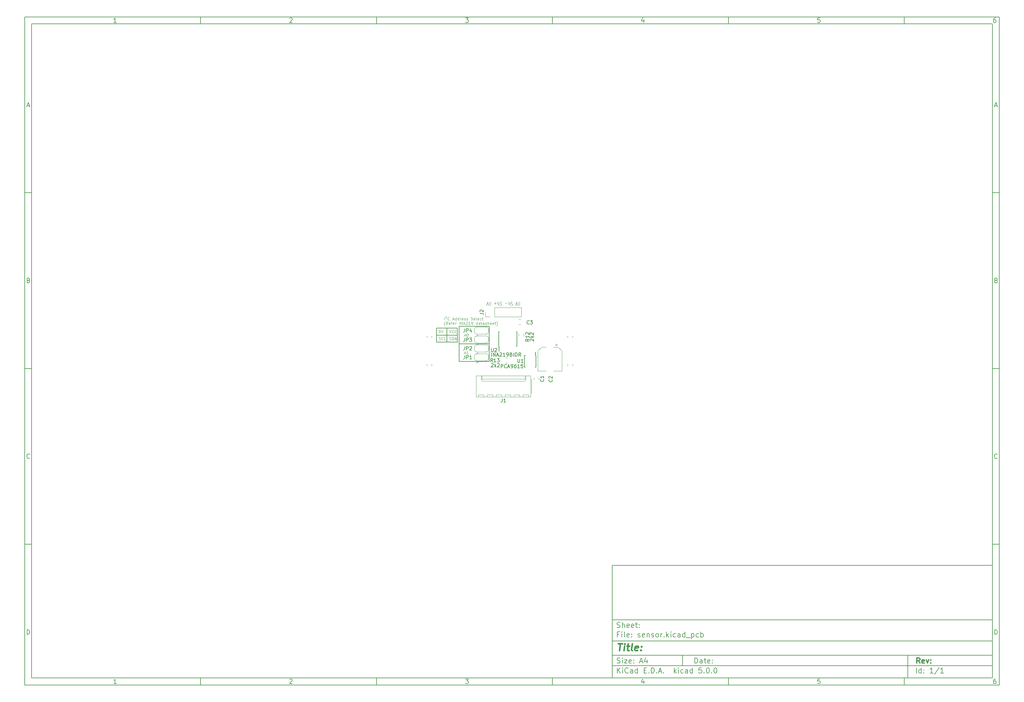
<source format=gto>
G04 #@! TF.GenerationSoftware,KiCad,Pcbnew,5.0.0*
G04 #@! TF.CreationDate,2018-10-21T13:27:24+10:00*
G04 #@! TF.ProjectId,sensor,73656E736F722E6B696361645F706362,rev?*
G04 #@! TF.SameCoordinates,Original*
G04 #@! TF.FileFunction,Legend,Top*
G04 #@! TF.FilePolarity,Positive*
%FSLAX46Y46*%
G04 Gerber Fmt 4.6, Leading zero omitted, Abs format (unit mm)*
G04 Created by KiCad (PCBNEW 5.0.0) date Sun Oct 21 13:27:24 2018*
%MOMM*%
%LPD*%
G01*
G04 APERTURE LIST*
%ADD10C,0.100000*%
%ADD11C,0.150000*%
%ADD12C,0.300000*%
%ADD13C,0.400000*%
%ADD14C,0.200000*%
%ADD15C,0.120000*%
G04 APERTURE END LIST*
D10*
D11*
X177002200Y-166007200D02*
X177002200Y-198007200D01*
X285002200Y-198007200D01*
X285002200Y-166007200D01*
X177002200Y-166007200D01*
D10*
D11*
X10000000Y-10000000D02*
X10000000Y-200007200D01*
X287002200Y-200007200D01*
X287002200Y-10000000D01*
X10000000Y-10000000D01*
D10*
D11*
X12000000Y-12000000D02*
X12000000Y-198007200D01*
X285002200Y-198007200D01*
X285002200Y-12000000D01*
X12000000Y-12000000D01*
D10*
D11*
X60000000Y-12000000D02*
X60000000Y-10000000D01*
D10*
D11*
X110000000Y-12000000D02*
X110000000Y-10000000D01*
D10*
D11*
X160000000Y-12000000D02*
X160000000Y-10000000D01*
D10*
D11*
X210000000Y-12000000D02*
X210000000Y-10000000D01*
D10*
D11*
X260000000Y-12000000D02*
X260000000Y-10000000D01*
D10*
D11*
X36065476Y-11588095D02*
X35322619Y-11588095D01*
X35694047Y-11588095D02*
X35694047Y-10288095D01*
X35570238Y-10473809D01*
X35446428Y-10597619D01*
X35322619Y-10659523D01*
D10*
D11*
X85322619Y-10411904D02*
X85384523Y-10350000D01*
X85508333Y-10288095D01*
X85817857Y-10288095D01*
X85941666Y-10350000D01*
X86003571Y-10411904D01*
X86065476Y-10535714D01*
X86065476Y-10659523D01*
X86003571Y-10845238D01*
X85260714Y-11588095D01*
X86065476Y-11588095D01*
D10*
D11*
X135260714Y-10288095D02*
X136065476Y-10288095D01*
X135632142Y-10783333D01*
X135817857Y-10783333D01*
X135941666Y-10845238D01*
X136003571Y-10907142D01*
X136065476Y-11030952D01*
X136065476Y-11340476D01*
X136003571Y-11464285D01*
X135941666Y-11526190D01*
X135817857Y-11588095D01*
X135446428Y-11588095D01*
X135322619Y-11526190D01*
X135260714Y-11464285D01*
D10*
D11*
X185941666Y-10721428D02*
X185941666Y-11588095D01*
X185632142Y-10226190D02*
X185322619Y-11154761D01*
X186127380Y-11154761D01*
D10*
D11*
X236003571Y-10288095D02*
X235384523Y-10288095D01*
X235322619Y-10907142D01*
X235384523Y-10845238D01*
X235508333Y-10783333D01*
X235817857Y-10783333D01*
X235941666Y-10845238D01*
X236003571Y-10907142D01*
X236065476Y-11030952D01*
X236065476Y-11340476D01*
X236003571Y-11464285D01*
X235941666Y-11526190D01*
X235817857Y-11588095D01*
X235508333Y-11588095D01*
X235384523Y-11526190D01*
X235322619Y-11464285D01*
D10*
D11*
X285941666Y-10288095D02*
X285694047Y-10288095D01*
X285570238Y-10350000D01*
X285508333Y-10411904D01*
X285384523Y-10597619D01*
X285322619Y-10845238D01*
X285322619Y-11340476D01*
X285384523Y-11464285D01*
X285446428Y-11526190D01*
X285570238Y-11588095D01*
X285817857Y-11588095D01*
X285941666Y-11526190D01*
X286003571Y-11464285D01*
X286065476Y-11340476D01*
X286065476Y-11030952D01*
X286003571Y-10907142D01*
X285941666Y-10845238D01*
X285817857Y-10783333D01*
X285570238Y-10783333D01*
X285446428Y-10845238D01*
X285384523Y-10907142D01*
X285322619Y-11030952D01*
D10*
D11*
X60000000Y-198007200D02*
X60000000Y-200007200D01*
D10*
D11*
X110000000Y-198007200D02*
X110000000Y-200007200D01*
D10*
D11*
X160000000Y-198007200D02*
X160000000Y-200007200D01*
D10*
D11*
X210000000Y-198007200D02*
X210000000Y-200007200D01*
D10*
D11*
X260000000Y-198007200D02*
X260000000Y-200007200D01*
D10*
D11*
X36065476Y-199595295D02*
X35322619Y-199595295D01*
X35694047Y-199595295D02*
X35694047Y-198295295D01*
X35570238Y-198481009D01*
X35446428Y-198604819D01*
X35322619Y-198666723D01*
D10*
D11*
X85322619Y-198419104D02*
X85384523Y-198357200D01*
X85508333Y-198295295D01*
X85817857Y-198295295D01*
X85941666Y-198357200D01*
X86003571Y-198419104D01*
X86065476Y-198542914D01*
X86065476Y-198666723D01*
X86003571Y-198852438D01*
X85260714Y-199595295D01*
X86065476Y-199595295D01*
D10*
D11*
X135260714Y-198295295D02*
X136065476Y-198295295D01*
X135632142Y-198790533D01*
X135817857Y-198790533D01*
X135941666Y-198852438D01*
X136003571Y-198914342D01*
X136065476Y-199038152D01*
X136065476Y-199347676D01*
X136003571Y-199471485D01*
X135941666Y-199533390D01*
X135817857Y-199595295D01*
X135446428Y-199595295D01*
X135322619Y-199533390D01*
X135260714Y-199471485D01*
D10*
D11*
X185941666Y-198728628D02*
X185941666Y-199595295D01*
X185632142Y-198233390D02*
X185322619Y-199161961D01*
X186127380Y-199161961D01*
D10*
D11*
X236003571Y-198295295D02*
X235384523Y-198295295D01*
X235322619Y-198914342D01*
X235384523Y-198852438D01*
X235508333Y-198790533D01*
X235817857Y-198790533D01*
X235941666Y-198852438D01*
X236003571Y-198914342D01*
X236065476Y-199038152D01*
X236065476Y-199347676D01*
X236003571Y-199471485D01*
X235941666Y-199533390D01*
X235817857Y-199595295D01*
X235508333Y-199595295D01*
X235384523Y-199533390D01*
X235322619Y-199471485D01*
D10*
D11*
X285941666Y-198295295D02*
X285694047Y-198295295D01*
X285570238Y-198357200D01*
X285508333Y-198419104D01*
X285384523Y-198604819D01*
X285322619Y-198852438D01*
X285322619Y-199347676D01*
X285384523Y-199471485D01*
X285446428Y-199533390D01*
X285570238Y-199595295D01*
X285817857Y-199595295D01*
X285941666Y-199533390D01*
X286003571Y-199471485D01*
X286065476Y-199347676D01*
X286065476Y-199038152D01*
X286003571Y-198914342D01*
X285941666Y-198852438D01*
X285817857Y-198790533D01*
X285570238Y-198790533D01*
X285446428Y-198852438D01*
X285384523Y-198914342D01*
X285322619Y-199038152D01*
D10*
D11*
X10000000Y-60000000D02*
X12000000Y-60000000D01*
D10*
D11*
X10000000Y-110000000D02*
X12000000Y-110000000D01*
D10*
D11*
X10000000Y-160000000D02*
X12000000Y-160000000D01*
D10*
D11*
X10690476Y-35216666D02*
X11309523Y-35216666D01*
X10566666Y-35588095D02*
X11000000Y-34288095D01*
X11433333Y-35588095D01*
D10*
D11*
X11092857Y-84907142D02*
X11278571Y-84969047D01*
X11340476Y-85030952D01*
X11402380Y-85154761D01*
X11402380Y-85340476D01*
X11340476Y-85464285D01*
X11278571Y-85526190D01*
X11154761Y-85588095D01*
X10659523Y-85588095D01*
X10659523Y-84288095D01*
X11092857Y-84288095D01*
X11216666Y-84350000D01*
X11278571Y-84411904D01*
X11340476Y-84535714D01*
X11340476Y-84659523D01*
X11278571Y-84783333D01*
X11216666Y-84845238D01*
X11092857Y-84907142D01*
X10659523Y-84907142D01*
D10*
D11*
X11402380Y-135464285D02*
X11340476Y-135526190D01*
X11154761Y-135588095D01*
X11030952Y-135588095D01*
X10845238Y-135526190D01*
X10721428Y-135402380D01*
X10659523Y-135278571D01*
X10597619Y-135030952D01*
X10597619Y-134845238D01*
X10659523Y-134597619D01*
X10721428Y-134473809D01*
X10845238Y-134350000D01*
X11030952Y-134288095D01*
X11154761Y-134288095D01*
X11340476Y-134350000D01*
X11402380Y-134411904D01*
D10*
D11*
X10659523Y-185588095D02*
X10659523Y-184288095D01*
X10969047Y-184288095D01*
X11154761Y-184350000D01*
X11278571Y-184473809D01*
X11340476Y-184597619D01*
X11402380Y-184845238D01*
X11402380Y-185030952D01*
X11340476Y-185278571D01*
X11278571Y-185402380D01*
X11154761Y-185526190D01*
X10969047Y-185588095D01*
X10659523Y-185588095D01*
D10*
D11*
X287002200Y-60000000D02*
X285002200Y-60000000D01*
D10*
D11*
X287002200Y-110000000D02*
X285002200Y-110000000D01*
D10*
D11*
X287002200Y-160000000D02*
X285002200Y-160000000D01*
D10*
D11*
X285692676Y-35216666D02*
X286311723Y-35216666D01*
X285568866Y-35588095D02*
X286002200Y-34288095D01*
X286435533Y-35588095D01*
D10*
D11*
X286095057Y-84907142D02*
X286280771Y-84969047D01*
X286342676Y-85030952D01*
X286404580Y-85154761D01*
X286404580Y-85340476D01*
X286342676Y-85464285D01*
X286280771Y-85526190D01*
X286156961Y-85588095D01*
X285661723Y-85588095D01*
X285661723Y-84288095D01*
X286095057Y-84288095D01*
X286218866Y-84350000D01*
X286280771Y-84411904D01*
X286342676Y-84535714D01*
X286342676Y-84659523D01*
X286280771Y-84783333D01*
X286218866Y-84845238D01*
X286095057Y-84907142D01*
X285661723Y-84907142D01*
D10*
D11*
X286404580Y-135464285D02*
X286342676Y-135526190D01*
X286156961Y-135588095D01*
X286033152Y-135588095D01*
X285847438Y-135526190D01*
X285723628Y-135402380D01*
X285661723Y-135278571D01*
X285599819Y-135030952D01*
X285599819Y-134845238D01*
X285661723Y-134597619D01*
X285723628Y-134473809D01*
X285847438Y-134350000D01*
X286033152Y-134288095D01*
X286156961Y-134288095D01*
X286342676Y-134350000D01*
X286404580Y-134411904D01*
D10*
D11*
X285661723Y-185588095D02*
X285661723Y-184288095D01*
X285971247Y-184288095D01*
X286156961Y-184350000D01*
X286280771Y-184473809D01*
X286342676Y-184597619D01*
X286404580Y-184845238D01*
X286404580Y-185030952D01*
X286342676Y-185278571D01*
X286280771Y-185402380D01*
X286156961Y-185526190D01*
X285971247Y-185588095D01*
X285661723Y-185588095D01*
D10*
D11*
X200434342Y-193785771D02*
X200434342Y-192285771D01*
X200791485Y-192285771D01*
X201005771Y-192357200D01*
X201148628Y-192500057D01*
X201220057Y-192642914D01*
X201291485Y-192928628D01*
X201291485Y-193142914D01*
X201220057Y-193428628D01*
X201148628Y-193571485D01*
X201005771Y-193714342D01*
X200791485Y-193785771D01*
X200434342Y-193785771D01*
X202577200Y-193785771D02*
X202577200Y-193000057D01*
X202505771Y-192857200D01*
X202362914Y-192785771D01*
X202077200Y-192785771D01*
X201934342Y-192857200D01*
X202577200Y-193714342D02*
X202434342Y-193785771D01*
X202077200Y-193785771D01*
X201934342Y-193714342D01*
X201862914Y-193571485D01*
X201862914Y-193428628D01*
X201934342Y-193285771D01*
X202077200Y-193214342D01*
X202434342Y-193214342D01*
X202577200Y-193142914D01*
X203077200Y-192785771D02*
X203648628Y-192785771D01*
X203291485Y-192285771D02*
X203291485Y-193571485D01*
X203362914Y-193714342D01*
X203505771Y-193785771D01*
X203648628Y-193785771D01*
X204720057Y-193714342D02*
X204577200Y-193785771D01*
X204291485Y-193785771D01*
X204148628Y-193714342D01*
X204077200Y-193571485D01*
X204077200Y-193000057D01*
X204148628Y-192857200D01*
X204291485Y-192785771D01*
X204577200Y-192785771D01*
X204720057Y-192857200D01*
X204791485Y-193000057D01*
X204791485Y-193142914D01*
X204077200Y-193285771D01*
X205434342Y-193642914D02*
X205505771Y-193714342D01*
X205434342Y-193785771D01*
X205362914Y-193714342D01*
X205434342Y-193642914D01*
X205434342Y-193785771D01*
X205434342Y-192857200D02*
X205505771Y-192928628D01*
X205434342Y-193000057D01*
X205362914Y-192928628D01*
X205434342Y-192857200D01*
X205434342Y-193000057D01*
D10*
D11*
X177002200Y-194507200D02*
X285002200Y-194507200D01*
D10*
D11*
X178434342Y-196585771D02*
X178434342Y-195085771D01*
X179291485Y-196585771D02*
X178648628Y-195728628D01*
X179291485Y-195085771D02*
X178434342Y-195942914D01*
X179934342Y-196585771D02*
X179934342Y-195585771D01*
X179934342Y-195085771D02*
X179862914Y-195157200D01*
X179934342Y-195228628D01*
X180005771Y-195157200D01*
X179934342Y-195085771D01*
X179934342Y-195228628D01*
X181505771Y-196442914D02*
X181434342Y-196514342D01*
X181220057Y-196585771D01*
X181077200Y-196585771D01*
X180862914Y-196514342D01*
X180720057Y-196371485D01*
X180648628Y-196228628D01*
X180577200Y-195942914D01*
X180577200Y-195728628D01*
X180648628Y-195442914D01*
X180720057Y-195300057D01*
X180862914Y-195157200D01*
X181077200Y-195085771D01*
X181220057Y-195085771D01*
X181434342Y-195157200D01*
X181505771Y-195228628D01*
X182791485Y-196585771D02*
X182791485Y-195800057D01*
X182720057Y-195657200D01*
X182577200Y-195585771D01*
X182291485Y-195585771D01*
X182148628Y-195657200D01*
X182791485Y-196514342D02*
X182648628Y-196585771D01*
X182291485Y-196585771D01*
X182148628Y-196514342D01*
X182077200Y-196371485D01*
X182077200Y-196228628D01*
X182148628Y-196085771D01*
X182291485Y-196014342D01*
X182648628Y-196014342D01*
X182791485Y-195942914D01*
X184148628Y-196585771D02*
X184148628Y-195085771D01*
X184148628Y-196514342D02*
X184005771Y-196585771D01*
X183720057Y-196585771D01*
X183577200Y-196514342D01*
X183505771Y-196442914D01*
X183434342Y-196300057D01*
X183434342Y-195871485D01*
X183505771Y-195728628D01*
X183577200Y-195657200D01*
X183720057Y-195585771D01*
X184005771Y-195585771D01*
X184148628Y-195657200D01*
X186005771Y-195800057D02*
X186505771Y-195800057D01*
X186720057Y-196585771D02*
X186005771Y-196585771D01*
X186005771Y-195085771D01*
X186720057Y-195085771D01*
X187362914Y-196442914D02*
X187434342Y-196514342D01*
X187362914Y-196585771D01*
X187291485Y-196514342D01*
X187362914Y-196442914D01*
X187362914Y-196585771D01*
X188077200Y-196585771D02*
X188077200Y-195085771D01*
X188434342Y-195085771D01*
X188648628Y-195157200D01*
X188791485Y-195300057D01*
X188862914Y-195442914D01*
X188934342Y-195728628D01*
X188934342Y-195942914D01*
X188862914Y-196228628D01*
X188791485Y-196371485D01*
X188648628Y-196514342D01*
X188434342Y-196585771D01*
X188077200Y-196585771D01*
X189577200Y-196442914D02*
X189648628Y-196514342D01*
X189577200Y-196585771D01*
X189505771Y-196514342D01*
X189577200Y-196442914D01*
X189577200Y-196585771D01*
X190220057Y-196157200D02*
X190934342Y-196157200D01*
X190077200Y-196585771D02*
X190577200Y-195085771D01*
X191077200Y-196585771D01*
X191577200Y-196442914D02*
X191648628Y-196514342D01*
X191577200Y-196585771D01*
X191505771Y-196514342D01*
X191577200Y-196442914D01*
X191577200Y-196585771D01*
X194577200Y-196585771D02*
X194577200Y-195085771D01*
X194720057Y-196014342D02*
X195148628Y-196585771D01*
X195148628Y-195585771D02*
X194577200Y-196157200D01*
X195791485Y-196585771D02*
X195791485Y-195585771D01*
X195791485Y-195085771D02*
X195720057Y-195157200D01*
X195791485Y-195228628D01*
X195862914Y-195157200D01*
X195791485Y-195085771D01*
X195791485Y-195228628D01*
X197148628Y-196514342D02*
X197005771Y-196585771D01*
X196720057Y-196585771D01*
X196577200Y-196514342D01*
X196505771Y-196442914D01*
X196434342Y-196300057D01*
X196434342Y-195871485D01*
X196505771Y-195728628D01*
X196577200Y-195657200D01*
X196720057Y-195585771D01*
X197005771Y-195585771D01*
X197148628Y-195657200D01*
X198434342Y-196585771D02*
X198434342Y-195800057D01*
X198362914Y-195657200D01*
X198220057Y-195585771D01*
X197934342Y-195585771D01*
X197791485Y-195657200D01*
X198434342Y-196514342D02*
X198291485Y-196585771D01*
X197934342Y-196585771D01*
X197791485Y-196514342D01*
X197720057Y-196371485D01*
X197720057Y-196228628D01*
X197791485Y-196085771D01*
X197934342Y-196014342D01*
X198291485Y-196014342D01*
X198434342Y-195942914D01*
X199791485Y-196585771D02*
X199791485Y-195085771D01*
X199791485Y-196514342D02*
X199648628Y-196585771D01*
X199362914Y-196585771D01*
X199220057Y-196514342D01*
X199148628Y-196442914D01*
X199077200Y-196300057D01*
X199077200Y-195871485D01*
X199148628Y-195728628D01*
X199220057Y-195657200D01*
X199362914Y-195585771D01*
X199648628Y-195585771D01*
X199791485Y-195657200D01*
X202362914Y-195085771D02*
X201648628Y-195085771D01*
X201577200Y-195800057D01*
X201648628Y-195728628D01*
X201791485Y-195657200D01*
X202148628Y-195657200D01*
X202291485Y-195728628D01*
X202362914Y-195800057D01*
X202434342Y-195942914D01*
X202434342Y-196300057D01*
X202362914Y-196442914D01*
X202291485Y-196514342D01*
X202148628Y-196585771D01*
X201791485Y-196585771D01*
X201648628Y-196514342D01*
X201577200Y-196442914D01*
X203077200Y-196442914D02*
X203148628Y-196514342D01*
X203077200Y-196585771D01*
X203005771Y-196514342D01*
X203077200Y-196442914D01*
X203077200Y-196585771D01*
X204077200Y-195085771D02*
X204220057Y-195085771D01*
X204362914Y-195157200D01*
X204434342Y-195228628D01*
X204505771Y-195371485D01*
X204577200Y-195657200D01*
X204577200Y-196014342D01*
X204505771Y-196300057D01*
X204434342Y-196442914D01*
X204362914Y-196514342D01*
X204220057Y-196585771D01*
X204077200Y-196585771D01*
X203934342Y-196514342D01*
X203862914Y-196442914D01*
X203791485Y-196300057D01*
X203720057Y-196014342D01*
X203720057Y-195657200D01*
X203791485Y-195371485D01*
X203862914Y-195228628D01*
X203934342Y-195157200D01*
X204077200Y-195085771D01*
X205220057Y-196442914D02*
X205291485Y-196514342D01*
X205220057Y-196585771D01*
X205148628Y-196514342D01*
X205220057Y-196442914D01*
X205220057Y-196585771D01*
X206220057Y-195085771D02*
X206362914Y-195085771D01*
X206505771Y-195157200D01*
X206577200Y-195228628D01*
X206648628Y-195371485D01*
X206720057Y-195657200D01*
X206720057Y-196014342D01*
X206648628Y-196300057D01*
X206577200Y-196442914D01*
X206505771Y-196514342D01*
X206362914Y-196585771D01*
X206220057Y-196585771D01*
X206077200Y-196514342D01*
X206005771Y-196442914D01*
X205934342Y-196300057D01*
X205862914Y-196014342D01*
X205862914Y-195657200D01*
X205934342Y-195371485D01*
X206005771Y-195228628D01*
X206077200Y-195157200D01*
X206220057Y-195085771D01*
D10*
D11*
X177002200Y-191507200D02*
X285002200Y-191507200D01*
D10*
D12*
X264411485Y-193785771D02*
X263911485Y-193071485D01*
X263554342Y-193785771D02*
X263554342Y-192285771D01*
X264125771Y-192285771D01*
X264268628Y-192357200D01*
X264340057Y-192428628D01*
X264411485Y-192571485D01*
X264411485Y-192785771D01*
X264340057Y-192928628D01*
X264268628Y-193000057D01*
X264125771Y-193071485D01*
X263554342Y-193071485D01*
X265625771Y-193714342D02*
X265482914Y-193785771D01*
X265197200Y-193785771D01*
X265054342Y-193714342D01*
X264982914Y-193571485D01*
X264982914Y-193000057D01*
X265054342Y-192857200D01*
X265197200Y-192785771D01*
X265482914Y-192785771D01*
X265625771Y-192857200D01*
X265697200Y-193000057D01*
X265697200Y-193142914D01*
X264982914Y-193285771D01*
X266197200Y-192785771D02*
X266554342Y-193785771D01*
X266911485Y-192785771D01*
X267482914Y-193642914D02*
X267554342Y-193714342D01*
X267482914Y-193785771D01*
X267411485Y-193714342D01*
X267482914Y-193642914D01*
X267482914Y-193785771D01*
X267482914Y-192857200D02*
X267554342Y-192928628D01*
X267482914Y-193000057D01*
X267411485Y-192928628D01*
X267482914Y-192857200D01*
X267482914Y-193000057D01*
D10*
D11*
X178362914Y-193714342D02*
X178577200Y-193785771D01*
X178934342Y-193785771D01*
X179077200Y-193714342D01*
X179148628Y-193642914D01*
X179220057Y-193500057D01*
X179220057Y-193357200D01*
X179148628Y-193214342D01*
X179077200Y-193142914D01*
X178934342Y-193071485D01*
X178648628Y-193000057D01*
X178505771Y-192928628D01*
X178434342Y-192857200D01*
X178362914Y-192714342D01*
X178362914Y-192571485D01*
X178434342Y-192428628D01*
X178505771Y-192357200D01*
X178648628Y-192285771D01*
X179005771Y-192285771D01*
X179220057Y-192357200D01*
X179862914Y-193785771D02*
X179862914Y-192785771D01*
X179862914Y-192285771D02*
X179791485Y-192357200D01*
X179862914Y-192428628D01*
X179934342Y-192357200D01*
X179862914Y-192285771D01*
X179862914Y-192428628D01*
X180434342Y-192785771D02*
X181220057Y-192785771D01*
X180434342Y-193785771D01*
X181220057Y-193785771D01*
X182362914Y-193714342D02*
X182220057Y-193785771D01*
X181934342Y-193785771D01*
X181791485Y-193714342D01*
X181720057Y-193571485D01*
X181720057Y-193000057D01*
X181791485Y-192857200D01*
X181934342Y-192785771D01*
X182220057Y-192785771D01*
X182362914Y-192857200D01*
X182434342Y-193000057D01*
X182434342Y-193142914D01*
X181720057Y-193285771D01*
X183077200Y-193642914D02*
X183148628Y-193714342D01*
X183077200Y-193785771D01*
X183005771Y-193714342D01*
X183077200Y-193642914D01*
X183077200Y-193785771D01*
X183077200Y-192857200D02*
X183148628Y-192928628D01*
X183077200Y-193000057D01*
X183005771Y-192928628D01*
X183077200Y-192857200D01*
X183077200Y-193000057D01*
X184862914Y-193357200D02*
X185577200Y-193357200D01*
X184720057Y-193785771D02*
X185220057Y-192285771D01*
X185720057Y-193785771D01*
X186862914Y-192785771D02*
X186862914Y-193785771D01*
X186505771Y-192214342D02*
X186148628Y-193285771D01*
X187077200Y-193285771D01*
D10*
D11*
X263434342Y-196585771D02*
X263434342Y-195085771D01*
X264791485Y-196585771D02*
X264791485Y-195085771D01*
X264791485Y-196514342D02*
X264648628Y-196585771D01*
X264362914Y-196585771D01*
X264220057Y-196514342D01*
X264148628Y-196442914D01*
X264077200Y-196300057D01*
X264077200Y-195871485D01*
X264148628Y-195728628D01*
X264220057Y-195657200D01*
X264362914Y-195585771D01*
X264648628Y-195585771D01*
X264791485Y-195657200D01*
X265505771Y-196442914D02*
X265577200Y-196514342D01*
X265505771Y-196585771D01*
X265434342Y-196514342D01*
X265505771Y-196442914D01*
X265505771Y-196585771D01*
X265505771Y-195657200D02*
X265577200Y-195728628D01*
X265505771Y-195800057D01*
X265434342Y-195728628D01*
X265505771Y-195657200D01*
X265505771Y-195800057D01*
X268148628Y-196585771D02*
X267291485Y-196585771D01*
X267720057Y-196585771D02*
X267720057Y-195085771D01*
X267577200Y-195300057D01*
X267434342Y-195442914D01*
X267291485Y-195514342D01*
X269862914Y-195014342D02*
X268577200Y-196942914D01*
X271148628Y-196585771D02*
X270291485Y-196585771D01*
X270720057Y-196585771D02*
X270720057Y-195085771D01*
X270577200Y-195300057D01*
X270434342Y-195442914D01*
X270291485Y-195514342D01*
D10*
D11*
X177002200Y-187507200D02*
X285002200Y-187507200D01*
D10*
D13*
X178714580Y-188211961D02*
X179857438Y-188211961D01*
X179036009Y-190211961D02*
X179286009Y-188211961D01*
X180274104Y-190211961D02*
X180440771Y-188878628D01*
X180524104Y-188211961D02*
X180416961Y-188307200D01*
X180500295Y-188402438D01*
X180607438Y-188307200D01*
X180524104Y-188211961D01*
X180500295Y-188402438D01*
X181107438Y-188878628D02*
X181869342Y-188878628D01*
X181476485Y-188211961D02*
X181262200Y-189926247D01*
X181333628Y-190116723D01*
X181512200Y-190211961D01*
X181702676Y-190211961D01*
X182655057Y-190211961D02*
X182476485Y-190116723D01*
X182405057Y-189926247D01*
X182619342Y-188211961D01*
X184190771Y-190116723D02*
X183988390Y-190211961D01*
X183607438Y-190211961D01*
X183428866Y-190116723D01*
X183357438Y-189926247D01*
X183452676Y-189164342D01*
X183571723Y-188973866D01*
X183774104Y-188878628D01*
X184155057Y-188878628D01*
X184333628Y-188973866D01*
X184405057Y-189164342D01*
X184381247Y-189354819D01*
X183405057Y-189545295D01*
X185155057Y-190021485D02*
X185238390Y-190116723D01*
X185131247Y-190211961D01*
X185047914Y-190116723D01*
X185155057Y-190021485D01*
X185131247Y-190211961D01*
X185286009Y-188973866D02*
X185369342Y-189069104D01*
X185262200Y-189164342D01*
X185178866Y-189069104D01*
X185286009Y-188973866D01*
X185262200Y-189164342D01*
D10*
D11*
X178934342Y-185600057D02*
X178434342Y-185600057D01*
X178434342Y-186385771D02*
X178434342Y-184885771D01*
X179148628Y-184885771D01*
X179720057Y-186385771D02*
X179720057Y-185385771D01*
X179720057Y-184885771D02*
X179648628Y-184957200D01*
X179720057Y-185028628D01*
X179791485Y-184957200D01*
X179720057Y-184885771D01*
X179720057Y-185028628D01*
X180648628Y-186385771D02*
X180505771Y-186314342D01*
X180434342Y-186171485D01*
X180434342Y-184885771D01*
X181791485Y-186314342D02*
X181648628Y-186385771D01*
X181362914Y-186385771D01*
X181220057Y-186314342D01*
X181148628Y-186171485D01*
X181148628Y-185600057D01*
X181220057Y-185457200D01*
X181362914Y-185385771D01*
X181648628Y-185385771D01*
X181791485Y-185457200D01*
X181862914Y-185600057D01*
X181862914Y-185742914D01*
X181148628Y-185885771D01*
X182505771Y-186242914D02*
X182577200Y-186314342D01*
X182505771Y-186385771D01*
X182434342Y-186314342D01*
X182505771Y-186242914D01*
X182505771Y-186385771D01*
X182505771Y-185457200D02*
X182577200Y-185528628D01*
X182505771Y-185600057D01*
X182434342Y-185528628D01*
X182505771Y-185457200D01*
X182505771Y-185600057D01*
X184291485Y-186314342D02*
X184434342Y-186385771D01*
X184720057Y-186385771D01*
X184862914Y-186314342D01*
X184934342Y-186171485D01*
X184934342Y-186100057D01*
X184862914Y-185957200D01*
X184720057Y-185885771D01*
X184505771Y-185885771D01*
X184362914Y-185814342D01*
X184291485Y-185671485D01*
X184291485Y-185600057D01*
X184362914Y-185457200D01*
X184505771Y-185385771D01*
X184720057Y-185385771D01*
X184862914Y-185457200D01*
X186148628Y-186314342D02*
X186005771Y-186385771D01*
X185720057Y-186385771D01*
X185577200Y-186314342D01*
X185505771Y-186171485D01*
X185505771Y-185600057D01*
X185577200Y-185457200D01*
X185720057Y-185385771D01*
X186005771Y-185385771D01*
X186148628Y-185457200D01*
X186220057Y-185600057D01*
X186220057Y-185742914D01*
X185505771Y-185885771D01*
X186862914Y-185385771D02*
X186862914Y-186385771D01*
X186862914Y-185528628D02*
X186934342Y-185457200D01*
X187077200Y-185385771D01*
X187291485Y-185385771D01*
X187434342Y-185457200D01*
X187505771Y-185600057D01*
X187505771Y-186385771D01*
X188148628Y-186314342D02*
X188291485Y-186385771D01*
X188577200Y-186385771D01*
X188720057Y-186314342D01*
X188791485Y-186171485D01*
X188791485Y-186100057D01*
X188720057Y-185957200D01*
X188577200Y-185885771D01*
X188362914Y-185885771D01*
X188220057Y-185814342D01*
X188148628Y-185671485D01*
X188148628Y-185600057D01*
X188220057Y-185457200D01*
X188362914Y-185385771D01*
X188577200Y-185385771D01*
X188720057Y-185457200D01*
X189648628Y-186385771D02*
X189505771Y-186314342D01*
X189434342Y-186242914D01*
X189362914Y-186100057D01*
X189362914Y-185671485D01*
X189434342Y-185528628D01*
X189505771Y-185457200D01*
X189648628Y-185385771D01*
X189862914Y-185385771D01*
X190005771Y-185457200D01*
X190077200Y-185528628D01*
X190148628Y-185671485D01*
X190148628Y-186100057D01*
X190077200Y-186242914D01*
X190005771Y-186314342D01*
X189862914Y-186385771D01*
X189648628Y-186385771D01*
X190791485Y-186385771D02*
X190791485Y-185385771D01*
X190791485Y-185671485D02*
X190862914Y-185528628D01*
X190934342Y-185457200D01*
X191077200Y-185385771D01*
X191220057Y-185385771D01*
X191720057Y-186242914D02*
X191791485Y-186314342D01*
X191720057Y-186385771D01*
X191648628Y-186314342D01*
X191720057Y-186242914D01*
X191720057Y-186385771D01*
X192434342Y-186385771D02*
X192434342Y-184885771D01*
X192577200Y-185814342D02*
X193005771Y-186385771D01*
X193005771Y-185385771D02*
X192434342Y-185957200D01*
X193648628Y-186385771D02*
X193648628Y-185385771D01*
X193648628Y-184885771D02*
X193577200Y-184957200D01*
X193648628Y-185028628D01*
X193720057Y-184957200D01*
X193648628Y-184885771D01*
X193648628Y-185028628D01*
X195005771Y-186314342D02*
X194862914Y-186385771D01*
X194577200Y-186385771D01*
X194434342Y-186314342D01*
X194362914Y-186242914D01*
X194291485Y-186100057D01*
X194291485Y-185671485D01*
X194362914Y-185528628D01*
X194434342Y-185457200D01*
X194577200Y-185385771D01*
X194862914Y-185385771D01*
X195005771Y-185457200D01*
X196291485Y-186385771D02*
X196291485Y-185600057D01*
X196220057Y-185457200D01*
X196077200Y-185385771D01*
X195791485Y-185385771D01*
X195648628Y-185457200D01*
X196291485Y-186314342D02*
X196148628Y-186385771D01*
X195791485Y-186385771D01*
X195648628Y-186314342D01*
X195577200Y-186171485D01*
X195577200Y-186028628D01*
X195648628Y-185885771D01*
X195791485Y-185814342D01*
X196148628Y-185814342D01*
X196291485Y-185742914D01*
X197648628Y-186385771D02*
X197648628Y-184885771D01*
X197648628Y-186314342D02*
X197505771Y-186385771D01*
X197220057Y-186385771D01*
X197077200Y-186314342D01*
X197005771Y-186242914D01*
X196934342Y-186100057D01*
X196934342Y-185671485D01*
X197005771Y-185528628D01*
X197077200Y-185457200D01*
X197220057Y-185385771D01*
X197505771Y-185385771D01*
X197648628Y-185457200D01*
X198005771Y-186528628D02*
X199148628Y-186528628D01*
X199505771Y-185385771D02*
X199505771Y-186885771D01*
X199505771Y-185457200D02*
X199648628Y-185385771D01*
X199934342Y-185385771D01*
X200077200Y-185457200D01*
X200148628Y-185528628D01*
X200220057Y-185671485D01*
X200220057Y-186100057D01*
X200148628Y-186242914D01*
X200077200Y-186314342D01*
X199934342Y-186385771D01*
X199648628Y-186385771D01*
X199505771Y-186314342D01*
X201505771Y-186314342D02*
X201362914Y-186385771D01*
X201077200Y-186385771D01*
X200934342Y-186314342D01*
X200862914Y-186242914D01*
X200791485Y-186100057D01*
X200791485Y-185671485D01*
X200862914Y-185528628D01*
X200934342Y-185457200D01*
X201077200Y-185385771D01*
X201362914Y-185385771D01*
X201505771Y-185457200D01*
X202148628Y-186385771D02*
X202148628Y-184885771D01*
X202148628Y-185457200D02*
X202291485Y-185385771D01*
X202577200Y-185385771D01*
X202720057Y-185457200D01*
X202791485Y-185528628D01*
X202862914Y-185671485D01*
X202862914Y-186100057D01*
X202791485Y-186242914D01*
X202720057Y-186314342D01*
X202577200Y-186385771D01*
X202291485Y-186385771D01*
X202148628Y-186314342D01*
D10*
D11*
X177002200Y-181507200D02*
X285002200Y-181507200D01*
D10*
D11*
X178362914Y-183614342D02*
X178577200Y-183685771D01*
X178934342Y-183685771D01*
X179077200Y-183614342D01*
X179148628Y-183542914D01*
X179220057Y-183400057D01*
X179220057Y-183257200D01*
X179148628Y-183114342D01*
X179077200Y-183042914D01*
X178934342Y-182971485D01*
X178648628Y-182900057D01*
X178505771Y-182828628D01*
X178434342Y-182757200D01*
X178362914Y-182614342D01*
X178362914Y-182471485D01*
X178434342Y-182328628D01*
X178505771Y-182257200D01*
X178648628Y-182185771D01*
X179005771Y-182185771D01*
X179220057Y-182257200D01*
X179862914Y-183685771D02*
X179862914Y-182185771D01*
X180505771Y-183685771D02*
X180505771Y-182900057D01*
X180434342Y-182757200D01*
X180291485Y-182685771D01*
X180077200Y-182685771D01*
X179934342Y-182757200D01*
X179862914Y-182828628D01*
X181791485Y-183614342D02*
X181648628Y-183685771D01*
X181362914Y-183685771D01*
X181220057Y-183614342D01*
X181148628Y-183471485D01*
X181148628Y-182900057D01*
X181220057Y-182757200D01*
X181362914Y-182685771D01*
X181648628Y-182685771D01*
X181791485Y-182757200D01*
X181862914Y-182900057D01*
X181862914Y-183042914D01*
X181148628Y-183185771D01*
X183077200Y-183614342D02*
X182934342Y-183685771D01*
X182648628Y-183685771D01*
X182505771Y-183614342D01*
X182434342Y-183471485D01*
X182434342Y-182900057D01*
X182505771Y-182757200D01*
X182648628Y-182685771D01*
X182934342Y-182685771D01*
X183077200Y-182757200D01*
X183148628Y-182900057D01*
X183148628Y-183042914D01*
X182434342Y-183185771D01*
X183577200Y-182685771D02*
X184148628Y-182685771D01*
X183791485Y-182185771D02*
X183791485Y-183471485D01*
X183862914Y-183614342D01*
X184005771Y-183685771D01*
X184148628Y-183685771D01*
X184648628Y-183542914D02*
X184720057Y-183614342D01*
X184648628Y-183685771D01*
X184577200Y-183614342D01*
X184648628Y-183542914D01*
X184648628Y-183685771D01*
X184648628Y-182757200D02*
X184720057Y-182828628D01*
X184648628Y-182900057D01*
X184577200Y-182828628D01*
X184648628Y-182757200D01*
X184648628Y-182900057D01*
D10*
D11*
X197002200Y-191507200D02*
X197002200Y-194507200D01*
D10*
D11*
X261002200Y-191507200D02*
X261002200Y-198007200D01*
D14*
X133000000Y-100500000D02*
X127000000Y-100500000D01*
X130000000Y-102500000D02*
X127000000Y-102500000D01*
X127000000Y-98500000D02*
X127000000Y-102500000D01*
X133000000Y-98500000D02*
X127000000Y-98500000D01*
X133000000Y-102500000D02*
X133000000Y-98500000D01*
X130000000Y-102500000D02*
X133000000Y-102500000D01*
X130000000Y-98500000D02*
X130000000Y-102500000D01*
D10*
X130641190Y-99061904D02*
X130907857Y-99861904D01*
X131174523Y-99061904D01*
X131898333Y-99785714D02*
X131860238Y-99823809D01*
X131745952Y-99861904D01*
X131669761Y-99861904D01*
X131555476Y-99823809D01*
X131479285Y-99747619D01*
X131441190Y-99671428D01*
X131403095Y-99519047D01*
X131403095Y-99404761D01*
X131441190Y-99252380D01*
X131479285Y-99176190D01*
X131555476Y-99100000D01*
X131669761Y-99061904D01*
X131745952Y-99061904D01*
X131860238Y-99100000D01*
X131898333Y-99138095D01*
X132698333Y-99785714D02*
X132660238Y-99823809D01*
X132545952Y-99861904D01*
X132469761Y-99861904D01*
X132355476Y-99823809D01*
X132279285Y-99747619D01*
X132241190Y-99671428D01*
X132203095Y-99519047D01*
X132203095Y-99404761D01*
X132241190Y-99252380D01*
X132279285Y-99176190D01*
X132355476Y-99100000D01*
X132469761Y-99061904D01*
X132545952Y-99061904D01*
X132660238Y-99100000D01*
X132698333Y-99138095D01*
X127907857Y-99061904D02*
X127984047Y-99061904D01*
X128060238Y-99100000D01*
X128098333Y-99138095D01*
X128136428Y-99214285D01*
X128174523Y-99366666D01*
X128174523Y-99557142D01*
X128136428Y-99709523D01*
X128098333Y-99785714D01*
X128060238Y-99823809D01*
X127984047Y-99861904D01*
X127907857Y-99861904D01*
X127831666Y-99823809D01*
X127793571Y-99785714D01*
X127755476Y-99709523D01*
X127717380Y-99557142D01*
X127717380Y-99366666D01*
X127755476Y-99214285D01*
X127793571Y-99138095D01*
X127831666Y-99100000D01*
X127907857Y-99061904D01*
X128403095Y-99061904D02*
X128669761Y-99861904D01*
X128936428Y-99061904D01*
X130717380Y-101823809D02*
X130831666Y-101861904D01*
X131022142Y-101861904D01*
X131098333Y-101823809D01*
X131136428Y-101785714D01*
X131174523Y-101709523D01*
X131174523Y-101633333D01*
X131136428Y-101557142D01*
X131098333Y-101519047D01*
X131022142Y-101480952D01*
X130869761Y-101442857D01*
X130793571Y-101404761D01*
X130755476Y-101366666D01*
X130717380Y-101290476D01*
X130717380Y-101214285D01*
X130755476Y-101138095D01*
X130793571Y-101100000D01*
X130869761Y-101061904D01*
X131060238Y-101061904D01*
X131174523Y-101100000D01*
X131517380Y-101861904D02*
X131517380Y-101061904D01*
X131707857Y-101061904D01*
X131822142Y-101100000D01*
X131898333Y-101176190D01*
X131936428Y-101252380D01*
X131974523Y-101404761D01*
X131974523Y-101519047D01*
X131936428Y-101671428D01*
X131898333Y-101747619D01*
X131822142Y-101823809D01*
X131707857Y-101861904D01*
X131517380Y-101861904D01*
X132279285Y-101633333D02*
X132660238Y-101633333D01*
X132203095Y-101861904D02*
X132469761Y-101061904D01*
X132736428Y-101861904D01*
X127717380Y-101823809D02*
X127831666Y-101861904D01*
X128022142Y-101861904D01*
X128098333Y-101823809D01*
X128136428Y-101785714D01*
X128174523Y-101709523D01*
X128174523Y-101633333D01*
X128136428Y-101557142D01*
X128098333Y-101519047D01*
X128022142Y-101480952D01*
X127869761Y-101442857D01*
X127793571Y-101404761D01*
X127755476Y-101366666D01*
X127717380Y-101290476D01*
X127717380Y-101214285D01*
X127755476Y-101138095D01*
X127793571Y-101100000D01*
X127869761Y-101061904D01*
X128060238Y-101061904D01*
X128174523Y-101100000D01*
X128974523Y-101785714D02*
X128936428Y-101823809D01*
X128822142Y-101861904D01*
X128745952Y-101861904D01*
X128631666Y-101823809D01*
X128555476Y-101747619D01*
X128517380Y-101671428D01*
X128479285Y-101519047D01*
X128479285Y-101404761D01*
X128517380Y-101252380D01*
X128555476Y-101176190D01*
X128631666Y-101100000D01*
X128745952Y-101061904D01*
X128822142Y-101061904D01*
X128936428Y-101100000D01*
X128974523Y-101138095D01*
X129698333Y-101861904D02*
X129317380Y-101861904D01*
X129317380Y-101061904D01*
D14*
X133500000Y-99500000D02*
X133500000Y-103000000D01*
D10*
X134928571Y-105633333D02*
X135309523Y-105633333D01*
X134852380Y-105861904D02*
X135119047Y-105061904D01*
X135385714Y-105861904D01*
X136071428Y-105861904D02*
X135614285Y-105861904D01*
X135842857Y-105861904D02*
X135842857Y-105061904D01*
X135766666Y-105176190D01*
X135690476Y-105252380D01*
X135614285Y-105290476D01*
X134928571Y-100633333D02*
X135309523Y-100633333D01*
X134852380Y-100861904D02*
X135119047Y-100061904D01*
X135385714Y-100861904D01*
X135804761Y-100061904D02*
X135880952Y-100061904D01*
X135957142Y-100100000D01*
X135995238Y-100138095D01*
X136033333Y-100214285D01*
X136071428Y-100366666D01*
X136071428Y-100557142D01*
X136033333Y-100709523D01*
X135995238Y-100785714D01*
X135957142Y-100823809D01*
X135880952Y-100861904D01*
X135804761Y-100861904D01*
X135728571Y-100823809D01*
X135690476Y-100785714D01*
X135652380Y-100709523D01*
X135614285Y-100557142D01*
X135614285Y-100366666D01*
X135652380Y-100214285D01*
X135690476Y-100138095D01*
X135728571Y-100100000D01*
X135804761Y-100061904D01*
D14*
X133500000Y-108000000D02*
X142000000Y-108000000D01*
X133500000Y-103000000D02*
X133500000Y-108000000D01*
X142000000Y-103000000D02*
X142000000Y-108000000D01*
X133500000Y-98000000D02*
X133500000Y-103000000D01*
X137500000Y-98000000D02*
X133500000Y-98000000D01*
X142000000Y-103000000D02*
X133500000Y-103000000D01*
X142000000Y-98000000D02*
X142000000Y-103000000D01*
X137500000Y-98000000D02*
X142000000Y-98000000D01*
D10*
X129255476Y-96211904D02*
X129255476Y-95411904D01*
X129598333Y-95221428D02*
X129674523Y-95183333D01*
X129788809Y-95183333D01*
X129865000Y-95221428D01*
X129903095Y-95297619D01*
X129903095Y-95373809D01*
X129865000Y-95450000D01*
X129598333Y-95716666D01*
X129903095Y-95716666D01*
X130703095Y-96135714D02*
X130665000Y-96173809D01*
X130550714Y-96211904D01*
X130474523Y-96211904D01*
X130360238Y-96173809D01*
X130284047Y-96097619D01*
X130245952Y-96021428D01*
X130207857Y-95869047D01*
X130207857Y-95754761D01*
X130245952Y-95602380D01*
X130284047Y-95526190D01*
X130360238Y-95450000D01*
X130474523Y-95411904D01*
X130550714Y-95411904D01*
X130665000Y-95450000D01*
X130703095Y-95488095D01*
X131617380Y-95983333D02*
X131998333Y-95983333D01*
X131541190Y-96211904D02*
X131807857Y-95411904D01*
X132074523Y-96211904D01*
X132684047Y-96211904D02*
X132684047Y-95411904D01*
X132684047Y-96173809D02*
X132607857Y-96211904D01*
X132455476Y-96211904D01*
X132379285Y-96173809D01*
X132341190Y-96135714D01*
X132303095Y-96059523D01*
X132303095Y-95830952D01*
X132341190Y-95754761D01*
X132379285Y-95716666D01*
X132455476Y-95678571D01*
X132607857Y-95678571D01*
X132684047Y-95716666D01*
X133407857Y-96211904D02*
X133407857Y-95411904D01*
X133407857Y-96173809D02*
X133331666Y-96211904D01*
X133179285Y-96211904D01*
X133103095Y-96173809D01*
X133065000Y-96135714D01*
X133026904Y-96059523D01*
X133026904Y-95830952D01*
X133065000Y-95754761D01*
X133103095Y-95716666D01*
X133179285Y-95678571D01*
X133331666Y-95678571D01*
X133407857Y-95716666D01*
X133788809Y-96211904D02*
X133788809Y-95678571D01*
X133788809Y-95830952D02*
X133826904Y-95754761D01*
X133865000Y-95716666D01*
X133941190Y-95678571D01*
X134017380Y-95678571D01*
X134588809Y-96173809D02*
X134512619Y-96211904D01*
X134360238Y-96211904D01*
X134284047Y-96173809D01*
X134245952Y-96097619D01*
X134245952Y-95792857D01*
X134284047Y-95716666D01*
X134360238Y-95678571D01*
X134512619Y-95678571D01*
X134588809Y-95716666D01*
X134626904Y-95792857D01*
X134626904Y-95869047D01*
X134245952Y-95945238D01*
X134931666Y-96173809D02*
X135007857Y-96211904D01*
X135160238Y-96211904D01*
X135236428Y-96173809D01*
X135274523Y-96097619D01*
X135274523Y-96059523D01*
X135236428Y-95983333D01*
X135160238Y-95945238D01*
X135045952Y-95945238D01*
X134969761Y-95907142D01*
X134931666Y-95830952D01*
X134931666Y-95792857D01*
X134969761Y-95716666D01*
X135045952Y-95678571D01*
X135160238Y-95678571D01*
X135236428Y-95716666D01*
X135579285Y-96173809D02*
X135655476Y-96211904D01*
X135807857Y-96211904D01*
X135884047Y-96173809D01*
X135922142Y-96097619D01*
X135922142Y-96059523D01*
X135884047Y-95983333D01*
X135807857Y-95945238D01*
X135693571Y-95945238D01*
X135617380Y-95907142D01*
X135579285Y-95830952D01*
X135579285Y-95792857D01*
X135617380Y-95716666D01*
X135693571Y-95678571D01*
X135807857Y-95678571D01*
X135884047Y-95716666D01*
X136836428Y-96173809D02*
X136950714Y-96211904D01*
X137141190Y-96211904D01*
X137217380Y-96173809D01*
X137255476Y-96135714D01*
X137293571Y-96059523D01*
X137293571Y-95983333D01*
X137255476Y-95907142D01*
X137217380Y-95869047D01*
X137141190Y-95830952D01*
X136988809Y-95792857D01*
X136912619Y-95754761D01*
X136874523Y-95716666D01*
X136836428Y-95640476D01*
X136836428Y-95564285D01*
X136874523Y-95488095D01*
X136912619Y-95450000D01*
X136988809Y-95411904D01*
X137179285Y-95411904D01*
X137293571Y-95450000D01*
X137941190Y-96173809D02*
X137865000Y-96211904D01*
X137712619Y-96211904D01*
X137636428Y-96173809D01*
X137598333Y-96097619D01*
X137598333Y-95792857D01*
X137636428Y-95716666D01*
X137712619Y-95678571D01*
X137865000Y-95678571D01*
X137941190Y-95716666D01*
X137979285Y-95792857D01*
X137979285Y-95869047D01*
X137598333Y-95945238D01*
X138436428Y-96211904D02*
X138360238Y-96173809D01*
X138322142Y-96097619D01*
X138322142Y-95411904D01*
X139045952Y-96173809D02*
X138969761Y-96211904D01*
X138817380Y-96211904D01*
X138741190Y-96173809D01*
X138703095Y-96097619D01*
X138703095Y-95792857D01*
X138741190Y-95716666D01*
X138817380Y-95678571D01*
X138969761Y-95678571D01*
X139045952Y-95716666D01*
X139084047Y-95792857D01*
X139084047Y-95869047D01*
X138703095Y-95945238D01*
X139769761Y-96173809D02*
X139693571Y-96211904D01*
X139541190Y-96211904D01*
X139465000Y-96173809D01*
X139426904Y-96135714D01*
X139388809Y-96059523D01*
X139388809Y-95830952D01*
X139426904Y-95754761D01*
X139465000Y-95716666D01*
X139541190Y-95678571D01*
X139693571Y-95678571D01*
X139769761Y-95716666D01*
X139998333Y-95678571D02*
X140303095Y-95678571D01*
X140112619Y-95411904D02*
X140112619Y-96097619D01*
X140150714Y-96173809D01*
X140226904Y-96211904D01*
X140303095Y-96211904D01*
X129484047Y-97816666D02*
X129445952Y-97778571D01*
X129369761Y-97664285D01*
X129331666Y-97588095D01*
X129293571Y-97473809D01*
X129255476Y-97283333D01*
X129255476Y-97130952D01*
X129293571Y-96940476D01*
X129331666Y-96826190D01*
X129369761Y-96750000D01*
X129445952Y-96635714D01*
X129484047Y-96597619D01*
X130245952Y-97511904D02*
X129979285Y-97130952D01*
X129788809Y-97511904D02*
X129788809Y-96711904D01*
X130093571Y-96711904D01*
X130169761Y-96750000D01*
X130207857Y-96788095D01*
X130245952Y-96864285D01*
X130245952Y-96978571D01*
X130207857Y-97054761D01*
X130169761Y-97092857D01*
X130093571Y-97130952D01*
X129788809Y-97130952D01*
X130893571Y-97473809D02*
X130817380Y-97511904D01*
X130665000Y-97511904D01*
X130588809Y-97473809D01*
X130550714Y-97397619D01*
X130550714Y-97092857D01*
X130588809Y-97016666D01*
X130665000Y-96978571D01*
X130817380Y-96978571D01*
X130893571Y-97016666D01*
X130931666Y-97092857D01*
X130931666Y-97169047D01*
X130550714Y-97245238D01*
X131160238Y-96978571D02*
X131465000Y-96978571D01*
X131274523Y-97511904D02*
X131274523Y-96826190D01*
X131312619Y-96750000D01*
X131388809Y-96711904D01*
X131465000Y-96711904D01*
X132036428Y-97473809D02*
X131960238Y-97511904D01*
X131807857Y-97511904D01*
X131731666Y-97473809D01*
X131693571Y-97397619D01*
X131693571Y-97092857D01*
X131731666Y-97016666D01*
X131807857Y-96978571D01*
X131960238Y-96978571D01*
X132036428Y-97016666D01*
X132074523Y-97092857D01*
X132074523Y-97169047D01*
X131693571Y-97245238D01*
X132417380Y-97511904D02*
X132417380Y-96978571D01*
X132417380Y-97130952D02*
X132455476Y-97054761D01*
X132493571Y-97016666D01*
X132569761Y-96978571D01*
X132645952Y-96978571D01*
X133522142Y-97511904D02*
X133522142Y-96711904D01*
X133903095Y-97511904D02*
X133903095Y-96711904D01*
X134360238Y-97511904D01*
X134360238Y-96711904D01*
X134703095Y-97283333D02*
X135084047Y-97283333D01*
X134626904Y-97511904D02*
X134893571Y-96711904D01*
X135160238Y-97511904D01*
X135388809Y-96788095D02*
X135426904Y-96750000D01*
X135503095Y-96711904D01*
X135693571Y-96711904D01*
X135769761Y-96750000D01*
X135807857Y-96788095D01*
X135845952Y-96864285D01*
X135845952Y-96940476D01*
X135807857Y-97054761D01*
X135350714Y-97511904D01*
X135845952Y-97511904D01*
X136607857Y-97511904D02*
X136150714Y-97511904D01*
X136379285Y-97511904D02*
X136379285Y-96711904D01*
X136303095Y-96826190D01*
X136226904Y-96902380D01*
X136150714Y-96940476D01*
X136988809Y-97511904D02*
X137141190Y-97511904D01*
X137217380Y-97473809D01*
X137255476Y-97435714D01*
X137331666Y-97321428D01*
X137369761Y-97169047D01*
X137369761Y-96864285D01*
X137331666Y-96788095D01*
X137293571Y-96750000D01*
X137217380Y-96711904D01*
X137065000Y-96711904D01*
X136988809Y-96750000D01*
X136950714Y-96788095D01*
X136912619Y-96864285D01*
X136912619Y-97054761D01*
X136950714Y-97130952D01*
X136988809Y-97169047D01*
X137065000Y-97207142D01*
X137217380Y-97207142D01*
X137293571Y-97169047D01*
X137331666Y-97130952D01*
X137369761Y-97054761D01*
X138665000Y-97511904D02*
X138665000Y-96711904D01*
X138665000Y-97473809D02*
X138588809Y-97511904D01*
X138436428Y-97511904D01*
X138360238Y-97473809D01*
X138322142Y-97435714D01*
X138284047Y-97359523D01*
X138284047Y-97130952D01*
X138322142Y-97054761D01*
X138360238Y-97016666D01*
X138436428Y-96978571D01*
X138588809Y-96978571D01*
X138665000Y-97016666D01*
X139388809Y-97511904D02*
X139388809Y-97092857D01*
X139350714Y-97016666D01*
X139274523Y-96978571D01*
X139122142Y-96978571D01*
X139045952Y-97016666D01*
X139388809Y-97473809D02*
X139312619Y-97511904D01*
X139122142Y-97511904D01*
X139045952Y-97473809D01*
X139007857Y-97397619D01*
X139007857Y-97321428D01*
X139045952Y-97245238D01*
X139122142Y-97207142D01*
X139312619Y-97207142D01*
X139388809Y-97169047D01*
X139655476Y-96978571D02*
X139960238Y-96978571D01*
X139769761Y-96711904D02*
X139769761Y-97397619D01*
X139807857Y-97473809D01*
X139884047Y-97511904D01*
X139960238Y-97511904D01*
X140569761Y-97511904D02*
X140569761Y-97092857D01*
X140531666Y-97016666D01*
X140455476Y-96978571D01*
X140303095Y-96978571D01*
X140226904Y-97016666D01*
X140569761Y-97473809D02*
X140493571Y-97511904D01*
X140303095Y-97511904D01*
X140226904Y-97473809D01*
X140188809Y-97397619D01*
X140188809Y-97321428D01*
X140226904Y-97245238D01*
X140303095Y-97207142D01*
X140493571Y-97207142D01*
X140569761Y-97169047D01*
X140912619Y-97473809D02*
X140988809Y-97511904D01*
X141141190Y-97511904D01*
X141217380Y-97473809D01*
X141255476Y-97397619D01*
X141255476Y-97359523D01*
X141217380Y-97283333D01*
X141141190Y-97245238D01*
X141026904Y-97245238D01*
X140950714Y-97207142D01*
X140912619Y-97130952D01*
X140912619Y-97092857D01*
X140950714Y-97016666D01*
X141026904Y-96978571D01*
X141141190Y-96978571D01*
X141217380Y-97016666D01*
X141598333Y-97511904D02*
X141598333Y-96711904D01*
X141941190Y-97511904D02*
X141941190Y-97092857D01*
X141903095Y-97016666D01*
X141826904Y-96978571D01*
X141712619Y-96978571D01*
X141636428Y-97016666D01*
X141598333Y-97054761D01*
X142626904Y-97473809D02*
X142550714Y-97511904D01*
X142398333Y-97511904D01*
X142322142Y-97473809D01*
X142284047Y-97397619D01*
X142284047Y-97092857D01*
X142322142Y-97016666D01*
X142398333Y-96978571D01*
X142550714Y-96978571D01*
X142626904Y-97016666D01*
X142665000Y-97092857D01*
X142665000Y-97169047D01*
X142284047Y-97245238D01*
X143312619Y-97473809D02*
X143236428Y-97511904D01*
X143084047Y-97511904D01*
X143007857Y-97473809D01*
X142969761Y-97397619D01*
X142969761Y-97092857D01*
X143007857Y-97016666D01*
X143084047Y-96978571D01*
X143236428Y-96978571D01*
X143312619Y-97016666D01*
X143350714Y-97092857D01*
X143350714Y-97169047D01*
X142969761Y-97245238D01*
X143579285Y-96978571D02*
X143884047Y-96978571D01*
X143693571Y-96711904D02*
X143693571Y-97397619D01*
X143731666Y-97473809D01*
X143807857Y-97511904D01*
X143884047Y-97511904D01*
X144074523Y-97816666D02*
X144112619Y-97778571D01*
X144188809Y-97664285D01*
X144226904Y-97588095D01*
X144265000Y-97473809D01*
X144303095Y-97283333D01*
X144303095Y-97130952D01*
X144265000Y-96940476D01*
X144226904Y-96826190D01*
X144188809Y-96750000D01*
X144112619Y-96635714D01*
X144074523Y-96597619D01*
X150495238Y-92047619D02*
X150419047Y-92047619D01*
X150342857Y-92000000D01*
X150304761Y-91952380D01*
X150266666Y-91857142D01*
X150228571Y-91666666D01*
X150228571Y-91428571D01*
X150266666Y-91238095D01*
X150304761Y-91142857D01*
X150342857Y-91095238D01*
X150419047Y-91047619D01*
X150495238Y-91047619D01*
X150571428Y-91095238D01*
X150609523Y-91142857D01*
X150647619Y-91238095D01*
X150685714Y-91428571D01*
X150685714Y-91666666D01*
X150647619Y-91857142D01*
X150609523Y-91952380D01*
X150571428Y-92000000D01*
X150495238Y-92047619D01*
X150000000Y-92047619D02*
X149733333Y-91047619D01*
X149466666Y-92047619D01*
X148628571Y-91095238D02*
X148514285Y-91047619D01*
X148323809Y-91047619D01*
X148247619Y-91095238D01*
X148209523Y-91142857D01*
X148171428Y-91238095D01*
X148171428Y-91333333D01*
X148209523Y-91428571D01*
X148247619Y-91476190D01*
X148323809Y-91523809D01*
X148476190Y-91571428D01*
X148552380Y-91619047D01*
X148590476Y-91666666D01*
X148628571Y-91761904D01*
X148628571Y-91857142D01*
X148590476Y-91952380D01*
X148552380Y-92000000D01*
X148476190Y-92047619D01*
X148285714Y-92047619D01*
X148171428Y-92000000D01*
X147828571Y-91047619D02*
X147828571Y-92047619D01*
X147485714Y-91047619D02*
X147485714Y-91571428D01*
X147523809Y-91666666D01*
X147600000Y-91714285D01*
X147714285Y-91714285D01*
X147790476Y-91666666D01*
X147828571Y-91619047D01*
X147104761Y-91428571D02*
X146495238Y-91428571D01*
X145542857Y-91095238D02*
X145428571Y-91047619D01*
X145238095Y-91047619D01*
X145161904Y-91095238D01*
X145123809Y-91142857D01*
X145085714Y-91238095D01*
X145085714Y-91333333D01*
X145123809Y-91428571D01*
X145161904Y-91476190D01*
X145238095Y-91523809D01*
X145390476Y-91571428D01*
X145466666Y-91619047D01*
X145504761Y-91666666D01*
X145542857Y-91761904D01*
X145542857Y-91857142D01*
X145504761Y-91952380D01*
X145466666Y-92000000D01*
X145390476Y-92047619D01*
X145200000Y-92047619D01*
X145085714Y-92000000D01*
X144742857Y-91047619D02*
X144742857Y-92047619D01*
X144400000Y-91047619D02*
X144400000Y-91571428D01*
X144438095Y-91666666D01*
X144514285Y-91714285D01*
X144628571Y-91714285D01*
X144704761Y-91666666D01*
X144742857Y-91619047D01*
X144019047Y-91428571D02*
X143409523Y-91428571D01*
X143714285Y-91047619D02*
X143714285Y-91809523D01*
X142266666Y-92047619D02*
X142190476Y-92047619D01*
X142114285Y-92000000D01*
X142076190Y-91952380D01*
X142038095Y-91857142D01*
X142000000Y-91666666D01*
X142000000Y-91428571D01*
X142038095Y-91238095D01*
X142076190Y-91142857D01*
X142114285Y-91095238D01*
X142190476Y-91047619D01*
X142266666Y-91047619D01*
X142342857Y-91095238D01*
X142380952Y-91142857D01*
X142419047Y-91238095D01*
X142457142Y-91428571D01*
X142457142Y-91666666D01*
X142419047Y-91857142D01*
X142380952Y-91952380D01*
X142342857Y-92000000D01*
X142266666Y-92047619D01*
X141771428Y-92047619D02*
X141504761Y-91047619D01*
X141238095Y-92047619D01*
D15*
G04 #@! TO.C,C1*
X154738000Y-112641748D02*
X154738000Y-113164252D01*
X156158000Y-112641748D02*
X156158000Y-113164252D01*
G04 #@! TO.C,C2*
X155848000Y-110725000D02*
X158198000Y-110725000D01*
X162668000Y-110725000D02*
X160318000Y-110725000D01*
X162668000Y-104969437D02*
X162668000Y-110725000D01*
X155848000Y-104969437D02*
X155848000Y-110725000D01*
X156912437Y-103905000D02*
X158198000Y-103905000D01*
X161603563Y-103905000D02*
X160318000Y-103905000D01*
X161603563Y-103905000D02*
X162668000Y-104969437D01*
X156912437Y-103905000D02*
X155848000Y-104969437D01*
X161105500Y-102877500D02*
X161105500Y-103665000D01*
X161499250Y-103271250D02*
X160711750Y-103271250D01*
G04 #@! TO.C,C3*
X150360748Y-96064000D02*
X150883252Y-96064000D01*
X150360748Y-97484000D02*
X150883252Y-97484000D01*
G04 #@! TO.C,C4*
X164290000Y-109286252D02*
X164290000Y-108763748D01*
X165710000Y-109286252D02*
X165710000Y-108763748D01*
G04 #@! TO.C,C5*
X164290000Y-100703748D02*
X164290000Y-101226252D01*
X165710000Y-100703748D02*
X165710000Y-101226252D01*
G04 #@! TO.C,C6*
X124290000Y-100703748D02*
X124290000Y-101226252D01*
X125710000Y-100703748D02*
X125710000Y-101226252D01*
G04 #@! TO.C,C7*
X124290000Y-109261252D02*
X124290000Y-108738748D01*
X125710000Y-109261252D02*
X125710000Y-108738748D01*
G04 #@! TO.C,J1*
X153780000Y-118030000D02*
X153780000Y-112010000D01*
X153780000Y-112010000D02*
X138320000Y-112010000D01*
X138320000Y-112010000D02*
X138320000Y-118030000D01*
X138320000Y-118030000D02*
X153780000Y-118030000D01*
X154070000Y-117000000D02*
X154070000Y-113000000D01*
X152400000Y-112010000D02*
X152400000Y-113010000D01*
X152400000Y-113010000D02*
X139700000Y-113010000D01*
X139700000Y-113010000D02*
X139700000Y-112010000D01*
X152400000Y-113010000D02*
X152150000Y-113540000D01*
X152150000Y-113540000D02*
X139950000Y-113540000D01*
X139950000Y-113540000D02*
X139700000Y-113010000D01*
X152150000Y-112010000D02*
X152150000Y-113010000D01*
X139950000Y-112010000D02*
X139950000Y-113010000D01*
X153200000Y-118030000D02*
X153200000Y-117430000D01*
X153200000Y-117430000D02*
X151600000Y-117430000D01*
X151600000Y-117430000D02*
X151600000Y-118030000D01*
X150660000Y-118030000D02*
X150660000Y-117430000D01*
X150660000Y-117430000D02*
X149060000Y-117430000D01*
X149060000Y-117430000D02*
X149060000Y-118030000D01*
X148120000Y-118030000D02*
X148120000Y-117430000D01*
X148120000Y-117430000D02*
X146520000Y-117430000D01*
X146520000Y-117430000D02*
X146520000Y-118030000D01*
X145580000Y-118030000D02*
X145580000Y-117430000D01*
X145580000Y-117430000D02*
X143980000Y-117430000D01*
X143980000Y-117430000D02*
X143980000Y-118030000D01*
X143040000Y-118030000D02*
X143040000Y-117430000D01*
X143040000Y-117430000D02*
X141440000Y-117430000D01*
X141440000Y-117430000D02*
X141440000Y-118030000D01*
X140500000Y-118030000D02*
X140500000Y-117430000D01*
X140500000Y-117430000D02*
X138900000Y-117430000D01*
X138900000Y-117430000D02*
X138900000Y-118030000D01*
G04 #@! TO.C,J2*
X151190000Y-95310000D02*
X151190000Y-92650000D01*
X143510000Y-95310000D02*
X151190000Y-95310000D01*
X143510000Y-92650000D02*
X151190000Y-92650000D01*
X143510000Y-95310000D02*
X143510000Y-92650000D01*
X142240000Y-95310000D02*
X140910000Y-95310000D01*
X140910000Y-95310000D02*
X140910000Y-93980000D01*
G04 #@! TO.C,JP1*
X138627000Y-108007000D02*
X138927000Y-108307000D01*
X138327000Y-108307000D02*
X138927000Y-108307000D01*
X138627000Y-108007000D02*
X138327000Y-108307000D01*
X137777000Y-107107000D02*
X137777000Y-106507000D01*
X141227000Y-107807000D02*
X138427000Y-107807000D01*
X141877000Y-106507000D02*
X141877000Y-107107000D01*
X138427000Y-105807000D02*
X141227000Y-105807000D01*
X141177000Y-105807000D02*
G75*
G02X141877000Y-106507000I0J-700000D01*
G01*
X141877000Y-107107000D02*
G75*
G02X141177000Y-107807000I-700000J0D01*
G01*
X138477000Y-107807000D02*
G75*
G02X137777000Y-107107000I0J700000D01*
G01*
X137777000Y-106507000D02*
G75*
G02X138477000Y-105807000I700000J0D01*
G01*
G04 #@! TO.C,JP2*
X138627000Y-105467000D02*
X138927000Y-105767000D01*
X138327000Y-105767000D02*
X138927000Y-105767000D01*
X138627000Y-105467000D02*
X138327000Y-105767000D01*
X137777000Y-104567000D02*
X137777000Y-103967000D01*
X141227000Y-105267000D02*
X138427000Y-105267000D01*
X141877000Y-103967000D02*
X141877000Y-104567000D01*
X138427000Y-103267000D02*
X141227000Y-103267000D01*
X141177000Y-103267000D02*
G75*
G02X141877000Y-103967000I0J-700000D01*
G01*
X141877000Y-104567000D02*
G75*
G02X141177000Y-105267000I-700000J0D01*
G01*
X138477000Y-105267000D02*
G75*
G02X137777000Y-104567000I0J700000D01*
G01*
X137777000Y-103967000D02*
G75*
G02X138477000Y-103267000I700000J0D01*
G01*
G04 #@! TO.C,JP3*
X137777000Y-101427000D02*
G75*
G02X138477000Y-100727000I700000J0D01*
G01*
X138477000Y-102727000D02*
G75*
G02X137777000Y-102027000I0J700000D01*
G01*
X141877000Y-102027000D02*
G75*
G02X141177000Y-102727000I-700000J0D01*
G01*
X141177000Y-100727000D02*
G75*
G02X141877000Y-101427000I0J-700000D01*
G01*
X138427000Y-100727000D02*
X141227000Y-100727000D01*
X141877000Y-101427000D02*
X141877000Y-102027000D01*
X141227000Y-102727000D02*
X138427000Y-102727000D01*
X137777000Y-102027000D02*
X137777000Y-101427000D01*
X138627000Y-102927000D02*
X138327000Y-103227000D01*
X138327000Y-103227000D02*
X138927000Y-103227000D01*
X138627000Y-102927000D02*
X138927000Y-103227000D01*
G04 #@! TO.C,JP4*
X138627000Y-100387000D02*
X138927000Y-100687000D01*
X138327000Y-100687000D02*
X138927000Y-100687000D01*
X138627000Y-100387000D02*
X138327000Y-100687000D01*
X137777000Y-99487000D02*
X137777000Y-98887000D01*
X141227000Y-100187000D02*
X138427000Y-100187000D01*
X141877000Y-98887000D02*
X141877000Y-99487000D01*
X138427000Y-98187000D02*
X141227000Y-98187000D01*
X141177000Y-98187000D02*
G75*
G02X141877000Y-98887000I0J-700000D01*
G01*
X141877000Y-99487000D02*
G75*
G02X141177000Y-100187000I-700000J0D01*
G01*
X138477000Y-100187000D02*
G75*
G02X137777000Y-99487000I0J700000D01*
G01*
X137777000Y-98887000D02*
G75*
G02X138477000Y-98187000I700000J0D01*
G01*
G04 #@! TO.C,R12*
X151840000Y-100195748D02*
X151840000Y-100718252D01*
X150420000Y-100195748D02*
X150420000Y-100718252D01*
G04 #@! TO.C,R13*
X146677748Y-108406000D02*
X147200252Y-108406000D01*
X146677748Y-106986000D02*
X147200252Y-106986000D01*
D11*
G04 #@! TO.C,U1*
X155295000Y-106325000D02*
X155120000Y-106325000D01*
X155295000Y-109575000D02*
X155020000Y-109575000D01*
X152045000Y-109575000D02*
X152320000Y-109575000D01*
X152045000Y-106325000D02*
X152320000Y-106325000D01*
X155295000Y-106325000D02*
X155295000Y-109575000D01*
X152045000Y-106325000D02*
X152045000Y-109575000D01*
X155120000Y-106325000D02*
X155120000Y-105250000D01*
G04 #@! TO.C,U2*
X144745000Y-103675000D02*
X144795000Y-103675000D01*
X144745000Y-99525000D02*
X144890000Y-99525000D01*
X149895000Y-99525000D02*
X149750000Y-99525000D01*
X149895000Y-103675000D02*
X149750000Y-103675000D01*
X144745000Y-103675000D02*
X144745000Y-99525000D01*
X149895000Y-103675000D02*
X149895000Y-99525000D01*
X144795000Y-103675000D02*
X144795000Y-105075000D01*
G04 #@! TO.C,C1*
X157455142Y-113069666D02*
X157502761Y-113117285D01*
X157550380Y-113260142D01*
X157550380Y-113355380D01*
X157502761Y-113498238D01*
X157407523Y-113593476D01*
X157312285Y-113641095D01*
X157121809Y-113688714D01*
X156978952Y-113688714D01*
X156788476Y-113641095D01*
X156693238Y-113593476D01*
X156598000Y-113498238D01*
X156550380Y-113355380D01*
X156550380Y-113260142D01*
X156598000Y-113117285D01*
X156645619Y-113069666D01*
X157550380Y-112117285D02*
X157550380Y-112688714D01*
X157550380Y-112403000D02*
X156550380Y-112403000D01*
X156693238Y-112498238D01*
X156788476Y-112593476D01*
X156836095Y-112688714D01*
G04 #@! TO.C,C2*
X159857142Y-113166666D02*
X159904761Y-113214285D01*
X159952380Y-113357142D01*
X159952380Y-113452380D01*
X159904761Y-113595238D01*
X159809523Y-113690476D01*
X159714285Y-113738095D01*
X159523809Y-113785714D01*
X159380952Y-113785714D01*
X159190476Y-113738095D01*
X159095238Y-113690476D01*
X159000000Y-113595238D01*
X158952380Y-113452380D01*
X158952380Y-113357142D01*
X159000000Y-113214285D01*
X159047619Y-113166666D01*
X159047619Y-112785714D02*
X159000000Y-112738095D01*
X158952380Y-112642857D01*
X158952380Y-112404761D01*
X159000000Y-112309523D01*
X159047619Y-112261904D01*
X159142857Y-112214285D01*
X159238095Y-112214285D01*
X159380952Y-112261904D01*
X159952380Y-112833333D01*
X159952380Y-112214285D01*
G04 #@! TO.C,C3*
X153376333Y-97258142D02*
X153328714Y-97305761D01*
X153185857Y-97353380D01*
X153090619Y-97353380D01*
X152947761Y-97305761D01*
X152852523Y-97210523D01*
X152804904Y-97115285D01*
X152757285Y-96924809D01*
X152757285Y-96781952D01*
X152804904Y-96591476D01*
X152852523Y-96496238D01*
X152947761Y-96401000D01*
X153090619Y-96353380D01*
X153185857Y-96353380D01*
X153328714Y-96401000D01*
X153376333Y-96448619D01*
X153709666Y-96353380D02*
X154328714Y-96353380D01*
X153995380Y-96734333D01*
X154138238Y-96734333D01*
X154233476Y-96781952D01*
X154281095Y-96829571D01*
X154328714Y-96924809D01*
X154328714Y-97162904D01*
X154281095Y-97258142D01*
X154233476Y-97305761D01*
X154138238Y-97353380D01*
X153852523Y-97353380D01*
X153757285Y-97305761D01*
X153709666Y-97258142D01*
G04 #@! TO.C,J1*
X145716666Y-118572380D02*
X145716666Y-119286666D01*
X145669047Y-119429523D01*
X145573809Y-119524761D01*
X145430952Y-119572380D01*
X145335714Y-119572380D01*
X146716666Y-119572380D02*
X146145238Y-119572380D01*
X146430952Y-119572380D02*
X146430952Y-118572380D01*
X146335714Y-118715238D01*
X146240476Y-118810476D01*
X146145238Y-118858095D01*
G04 #@! TO.C,J2*
X139362380Y-94313333D02*
X140076666Y-94313333D01*
X140219523Y-94360952D01*
X140314761Y-94456190D01*
X140362380Y-94599047D01*
X140362380Y-94694285D01*
X139457619Y-93884761D02*
X139410000Y-93837142D01*
X139362380Y-93741904D01*
X139362380Y-93503809D01*
X139410000Y-93408571D01*
X139457619Y-93360952D01*
X139552857Y-93313333D01*
X139648095Y-93313333D01*
X139790952Y-93360952D01*
X140362380Y-93932380D01*
X140362380Y-93313333D01*
G04 #@! TO.C,JP1*
X135056666Y-106259380D02*
X135056666Y-106973666D01*
X135009047Y-107116523D01*
X134913809Y-107211761D01*
X134770952Y-107259380D01*
X134675714Y-107259380D01*
X135532857Y-107259380D02*
X135532857Y-106259380D01*
X135913809Y-106259380D01*
X136009047Y-106307000D01*
X136056666Y-106354619D01*
X136104285Y-106449857D01*
X136104285Y-106592714D01*
X136056666Y-106687952D01*
X136009047Y-106735571D01*
X135913809Y-106783190D01*
X135532857Y-106783190D01*
X137056666Y-107259380D02*
X136485238Y-107259380D01*
X136770952Y-107259380D02*
X136770952Y-106259380D01*
X136675714Y-106402238D01*
X136580476Y-106497476D01*
X136485238Y-106545095D01*
G04 #@! TO.C,JP2*
X135056666Y-103719380D02*
X135056666Y-104433666D01*
X135009047Y-104576523D01*
X134913809Y-104671761D01*
X134770952Y-104719380D01*
X134675714Y-104719380D01*
X135532857Y-104719380D02*
X135532857Y-103719380D01*
X135913809Y-103719380D01*
X136009047Y-103767000D01*
X136056666Y-103814619D01*
X136104285Y-103909857D01*
X136104285Y-104052714D01*
X136056666Y-104147952D01*
X136009047Y-104195571D01*
X135913809Y-104243190D01*
X135532857Y-104243190D01*
X136485238Y-103814619D02*
X136532857Y-103767000D01*
X136628095Y-103719380D01*
X136866190Y-103719380D01*
X136961428Y-103767000D01*
X137009047Y-103814619D01*
X137056666Y-103909857D01*
X137056666Y-104005095D01*
X137009047Y-104147952D01*
X136437619Y-104719380D01*
X137056666Y-104719380D01*
G04 #@! TO.C,JP3*
X135056666Y-101306380D02*
X135056666Y-102020666D01*
X135009047Y-102163523D01*
X134913809Y-102258761D01*
X134770952Y-102306380D01*
X134675714Y-102306380D01*
X135532857Y-102306380D02*
X135532857Y-101306380D01*
X135913809Y-101306380D01*
X136009047Y-101354000D01*
X136056666Y-101401619D01*
X136104285Y-101496857D01*
X136104285Y-101639714D01*
X136056666Y-101734952D01*
X136009047Y-101782571D01*
X135913809Y-101830190D01*
X135532857Y-101830190D01*
X136437619Y-101306380D02*
X137056666Y-101306380D01*
X136723333Y-101687333D01*
X136866190Y-101687333D01*
X136961428Y-101734952D01*
X137009047Y-101782571D01*
X137056666Y-101877809D01*
X137056666Y-102115904D01*
X137009047Y-102211142D01*
X136961428Y-102258761D01*
X136866190Y-102306380D01*
X136580476Y-102306380D01*
X136485238Y-102258761D01*
X136437619Y-102211142D01*
G04 #@! TO.C,JP4*
X135056666Y-98639380D02*
X135056666Y-99353666D01*
X135009047Y-99496523D01*
X134913809Y-99591761D01*
X134770952Y-99639380D01*
X134675714Y-99639380D01*
X135532857Y-99639380D02*
X135532857Y-98639380D01*
X135913809Y-98639380D01*
X136009047Y-98687000D01*
X136056666Y-98734619D01*
X136104285Y-98829857D01*
X136104285Y-98972714D01*
X136056666Y-99067952D01*
X136009047Y-99115571D01*
X135913809Y-99163190D01*
X135532857Y-99163190D01*
X136961428Y-98972714D02*
X136961428Y-99639380D01*
X136723333Y-98591761D02*
X136485238Y-99306047D01*
X137104285Y-99306047D01*
G04 #@! TO.C,R12*
X153360380Y-101607857D02*
X152884190Y-101941190D01*
X153360380Y-102179285D02*
X152360380Y-102179285D01*
X152360380Y-101798333D01*
X152408000Y-101703095D01*
X152455619Y-101655476D01*
X152550857Y-101607857D01*
X152693714Y-101607857D01*
X152788952Y-101655476D01*
X152836571Y-101703095D01*
X152884190Y-101798333D01*
X152884190Y-102179285D01*
X153360380Y-100655476D02*
X153360380Y-101226904D01*
X153360380Y-100941190D02*
X152360380Y-100941190D01*
X152503238Y-101036428D01*
X152598476Y-101131666D01*
X152646095Y-101226904D01*
X152455619Y-100274523D02*
X152408000Y-100226904D01*
X152360380Y-100131666D01*
X152360380Y-99893571D01*
X152408000Y-99798333D01*
X152455619Y-99750714D01*
X152550857Y-99703095D01*
X152646095Y-99703095D01*
X152788952Y-99750714D01*
X153360380Y-100322142D01*
X153360380Y-99703095D01*
X153725619Y-102131666D02*
X153678000Y-102084047D01*
X153630380Y-101988809D01*
X153630380Y-101750714D01*
X153678000Y-101655476D01*
X153725619Y-101607857D01*
X153820857Y-101560238D01*
X153916095Y-101560238D01*
X154058952Y-101607857D01*
X154630380Y-102179285D01*
X154630380Y-101560238D01*
X154630380Y-101131666D02*
X153630380Y-101131666D01*
X154249428Y-101036428D02*
X154630380Y-100750714D01*
X153963714Y-100750714D02*
X154344666Y-101131666D01*
X153725619Y-100369761D02*
X153678000Y-100322142D01*
X153630380Y-100226904D01*
X153630380Y-99988809D01*
X153678000Y-99893571D01*
X153725619Y-99845952D01*
X153820857Y-99798333D01*
X153916095Y-99798333D01*
X154058952Y-99845952D01*
X154630380Y-100417380D01*
X154630380Y-99798333D01*
G04 #@! TO.C,R13*
X142994142Y-108148380D02*
X142660809Y-107672190D01*
X142422714Y-108148380D02*
X142422714Y-107148380D01*
X142803666Y-107148380D01*
X142898904Y-107196000D01*
X142946523Y-107243619D01*
X142994142Y-107338857D01*
X142994142Y-107481714D01*
X142946523Y-107576952D01*
X142898904Y-107624571D01*
X142803666Y-107672190D01*
X142422714Y-107672190D01*
X143946523Y-108148380D02*
X143375095Y-108148380D01*
X143660809Y-108148380D02*
X143660809Y-107148380D01*
X143565571Y-107291238D01*
X143470333Y-107386476D01*
X143375095Y-107434095D01*
X144279857Y-107148380D02*
X144898904Y-107148380D01*
X144565571Y-107529333D01*
X144708428Y-107529333D01*
X144803666Y-107576952D01*
X144851285Y-107624571D01*
X144898904Y-107719809D01*
X144898904Y-107957904D01*
X144851285Y-108053142D01*
X144803666Y-108100761D01*
X144708428Y-108148380D01*
X144422714Y-108148380D01*
X144327476Y-108100761D01*
X144279857Y-108053142D01*
X142597333Y-108640619D02*
X142644952Y-108593000D01*
X142740190Y-108545380D01*
X142978285Y-108545380D01*
X143073523Y-108593000D01*
X143121142Y-108640619D01*
X143168761Y-108735857D01*
X143168761Y-108831095D01*
X143121142Y-108973952D01*
X142549714Y-109545380D01*
X143168761Y-109545380D01*
X143597333Y-109545380D02*
X143597333Y-108545380D01*
X143692571Y-109164428D02*
X143978285Y-109545380D01*
X143978285Y-108878714D02*
X143597333Y-109259666D01*
X144359238Y-108640619D02*
X144406857Y-108593000D01*
X144502095Y-108545380D01*
X144740190Y-108545380D01*
X144835428Y-108593000D01*
X144883047Y-108640619D01*
X144930666Y-108735857D01*
X144930666Y-108831095D01*
X144883047Y-108973952D01*
X144311619Y-109545380D01*
X144930666Y-109545380D01*
G04 #@! TO.C,U1*
X150114095Y-107275380D02*
X150114095Y-108084904D01*
X150161714Y-108180142D01*
X150209333Y-108227761D01*
X150304571Y-108275380D01*
X150495047Y-108275380D01*
X150590285Y-108227761D01*
X150637904Y-108180142D01*
X150685523Y-108084904D01*
X150685523Y-107275380D01*
X151685523Y-108275380D02*
X151114095Y-108275380D01*
X151399809Y-108275380D02*
X151399809Y-107275380D01*
X151304571Y-107418238D01*
X151209333Y-107513476D01*
X151114095Y-107561095D01*
X145367761Y-109799380D02*
X145367761Y-108799380D01*
X145748714Y-108799380D01*
X145843952Y-108847000D01*
X145891571Y-108894619D01*
X145939190Y-108989857D01*
X145939190Y-109132714D01*
X145891571Y-109227952D01*
X145843952Y-109275571D01*
X145748714Y-109323190D01*
X145367761Y-109323190D01*
X146939190Y-109704142D02*
X146891571Y-109751761D01*
X146748714Y-109799380D01*
X146653476Y-109799380D01*
X146510619Y-109751761D01*
X146415380Y-109656523D01*
X146367761Y-109561285D01*
X146320142Y-109370809D01*
X146320142Y-109227952D01*
X146367761Y-109037476D01*
X146415380Y-108942238D01*
X146510619Y-108847000D01*
X146653476Y-108799380D01*
X146748714Y-108799380D01*
X146891571Y-108847000D01*
X146939190Y-108894619D01*
X147320142Y-109513666D02*
X147796333Y-109513666D01*
X147224904Y-109799380D02*
X147558238Y-108799380D01*
X147891571Y-109799380D01*
X148272523Y-109799380D02*
X148463000Y-109799380D01*
X148558238Y-109751761D01*
X148605857Y-109704142D01*
X148701095Y-109561285D01*
X148748714Y-109370809D01*
X148748714Y-108989857D01*
X148701095Y-108894619D01*
X148653476Y-108847000D01*
X148558238Y-108799380D01*
X148367761Y-108799380D01*
X148272523Y-108847000D01*
X148224904Y-108894619D01*
X148177285Y-108989857D01*
X148177285Y-109227952D01*
X148224904Y-109323190D01*
X148272523Y-109370809D01*
X148367761Y-109418428D01*
X148558238Y-109418428D01*
X148653476Y-109370809D01*
X148701095Y-109323190D01*
X148748714Y-109227952D01*
X149605857Y-108799380D02*
X149415380Y-108799380D01*
X149320142Y-108847000D01*
X149272523Y-108894619D01*
X149177285Y-109037476D01*
X149129666Y-109227952D01*
X149129666Y-109608904D01*
X149177285Y-109704142D01*
X149224904Y-109751761D01*
X149320142Y-109799380D01*
X149510619Y-109799380D01*
X149605857Y-109751761D01*
X149653476Y-109704142D01*
X149701095Y-109608904D01*
X149701095Y-109370809D01*
X149653476Y-109275571D01*
X149605857Y-109227952D01*
X149510619Y-109180333D01*
X149320142Y-109180333D01*
X149224904Y-109227952D01*
X149177285Y-109275571D01*
X149129666Y-109370809D01*
X150653476Y-109799380D02*
X150082047Y-109799380D01*
X150367761Y-109799380D02*
X150367761Y-108799380D01*
X150272523Y-108942238D01*
X150177285Y-109037476D01*
X150082047Y-109085095D01*
X151558238Y-108799380D02*
X151082047Y-108799380D01*
X151034428Y-109275571D01*
X151082047Y-109227952D01*
X151177285Y-109180333D01*
X151415380Y-109180333D01*
X151510619Y-109227952D01*
X151558238Y-109275571D01*
X151605857Y-109370809D01*
X151605857Y-109608904D01*
X151558238Y-109704142D01*
X151510619Y-109751761D01*
X151415380Y-109799380D01*
X151177285Y-109799380D01*
X151082047Y-109751761D01*
X151034428Y-109704142D01*
G04 #@! TO.C,U2*
X142621095Y-104227380D02*
X142621095Y-105036904D01*
X142668714Y-105132142D01*
X142716333Y-105179761D01*
X142811571Y-105227380D01*
X143002047Y-105227380D01*
X143097285Y-105179761D01*
X143144904Y-105132142D01*
X143192523Y-105036904D01*
X143192523Y-104227380D01*
X143621095Y-104322619D02*
X143668714Y-104275000D01*
X143763952Y-104227380D01*
X144002047Y-104227380D01*
X144097285Y-104275000D01*
X144144904Y-104322619D01*
X144192523Y-104417857D01*
X144192523Y-104513095D01*
X144144904Y-104655952D01*
X143573476Y-105227380D01*
X144192523Y-105227380D01*
X142692952Y-106497380D02*
X142692952Y-105497380D01*
X143169142Y-106497380D02*
X143169142Y-105497380D01*
X143740571Y-106497380D01*
X143740571Y-105497380D01*
X144169142Y-106211666D02*
X144645333Y-106211666D01*
X144073904Y-106497380D02*
X144407238Y-105497380D01*
X144740571Y-106497380D01*
X145026285Y-105592619D02*
X145073904Y-105545000D01*
X145169142Y-105497380D01*
X145407238Y-105497380D01*
X145502476Y-105545000D01*
X145550095Y-105592619D01*
X145597714Y-105687857D01*
X145597714Y-105783095D01*
X145550095Y-105925952D01*
X144978666Y-106497380D01*
X145597714Y-106497380D01*
X146550095Y-106497380D02*
X145978666Y-106497380D01*
X146264380Y-106497380D02*
X146264380Y-105497380D01*
X146169142Y-105640238D01*
X146073904Y-105735476D01*
X145978666Y-105783095D01*
X147026285Y-106497380D02*
X147216761Y-106497380D01*
X147312000Y-106449761D01*
X147359619Y-106402142D01*
X147454857Y-106259285D01*
X147502476Y-106068809D01*
X147502476Y-105687857D01*
X147454857Y-105592619D01*
X147407238Y-105545000D01*
X147312000Y-105497380D01*
X147121523Y-105497380D01*
X147026285Y-105545000D01*
X146978666Y-105592619D01*
X146931047Y-105687857D01*
X146931047Y-105925952D01*
X146978666Y-106021190D01*
X147026285Y-106068809D01*
X147121523Y-106116428D01*
X147312000Y-106116428D01*
X147407238Y-106068809D01*
X147454857Y-106021190D01*
X147502476Y-105925952D01*
X148264380Y-105973571D02*
X148407238Y-106021190D01*
X148454857Y-106068809D01*
X148502476Y-106164047D01*
X148502476Y-106306904D01*
X148454857Y-106402142D01*
X148407238Y-106449761D01*
X148312000Y-106497380D01*
X147931047Y-106497380D01*
X147931047Y-105497380D01*
X148264380Y-105497380D01*
X148359619Y-105545000D01*
X148407238Y-105592619D01*
X148454857Y-105687857D01*
X148454857Y-105783095D01*
X148407238Y-105878333D01*
X148359619Y-105925952D01*
X148264380Y-105973571D01*
X147931047Y-105973571D01*
X148931047Y-106497380D02*
X148931047Y-105497380D01*
X149407238Y-106497380D02*
X149407238Y-105497380D01*
X149645333Y-105497380D01*
X149788190Y-105545000D01*
X149883428Y-105640238D01*
X149931047Y-105735476D01*
X149978666Y-105925952D01*
X149978666Y-106068809D01*
X149931047Y-106259285D01*
X149883428Y-106354523D01*
X149788190Y-106449761D01*
X149645333Y-106497380D01*
X149407238Y-106497380D01*
X150978666Y-106497380D02*
X150645333Y-106021190D01*
X150407238Y-106497380D02*
X150407238Y-105497380D01*
X150788190Y-105497380D01*
X150883428Y-105545000D01*
X150931047Y-105592619D01*
X150978666Y-105687857D01*
X150978666Y-105830714D01*
X150931047Y-105925952D01*
X150883428Y-105973571D01*
X150788190Y-106021190D01*
X150407238Y-106021190D01*
G04 #@! TD*
M02*

</source>
